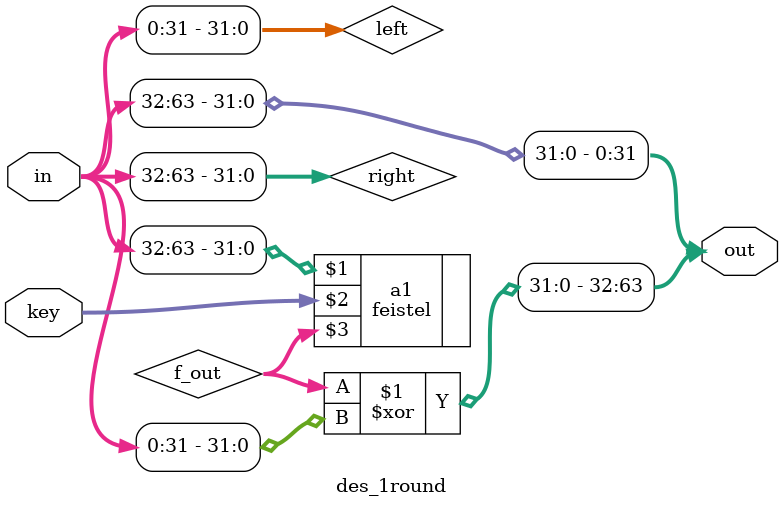
<source format=v>
`include "f_function.v"
module des_1round(input[0:63] in,input[0:47] key,output[0:63] out);
wire [0:31] left;
wire [0:31] right;
wire [0:31] f_out;
assign left=in[0:31];
assign right=in[32:63];
feistel a1(right,key,f_out);
assign out[32:63]=f_out^left;
assign out[0:31]=right;
endmodule
</source>
